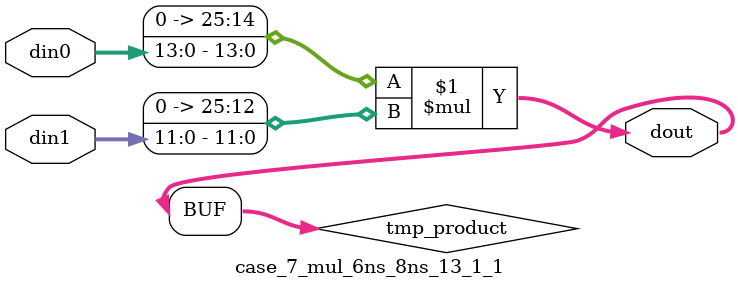
<source format=v>

`timescale 1 ns / 1 ps

 (* use_dsp = "no" *)  module case_7_mul_6ns_8ns_13_1_1(din0, din1, dout);
parameter ID = 1;
parameter NUM_STAGE = 0;
parameter din0_WIDTH = 14;
parameter din1_WIDTH = 12;
parameter dout_WIDTH = 26;

input [din0_WIDTH - 1 : 0] din0; 
input [din1_WIDTH - 1 : 0] din1; 
output [dout_WIDTH - 1 : 0] dout;

wire signed [dout_WIDTH - 1 : 0] tmp_product;
























assign tmp_product = $signed({1'b0, din0}) * $signed({1'b0, din1});











assign dout = tmp_product;





















endmodule

</source>
